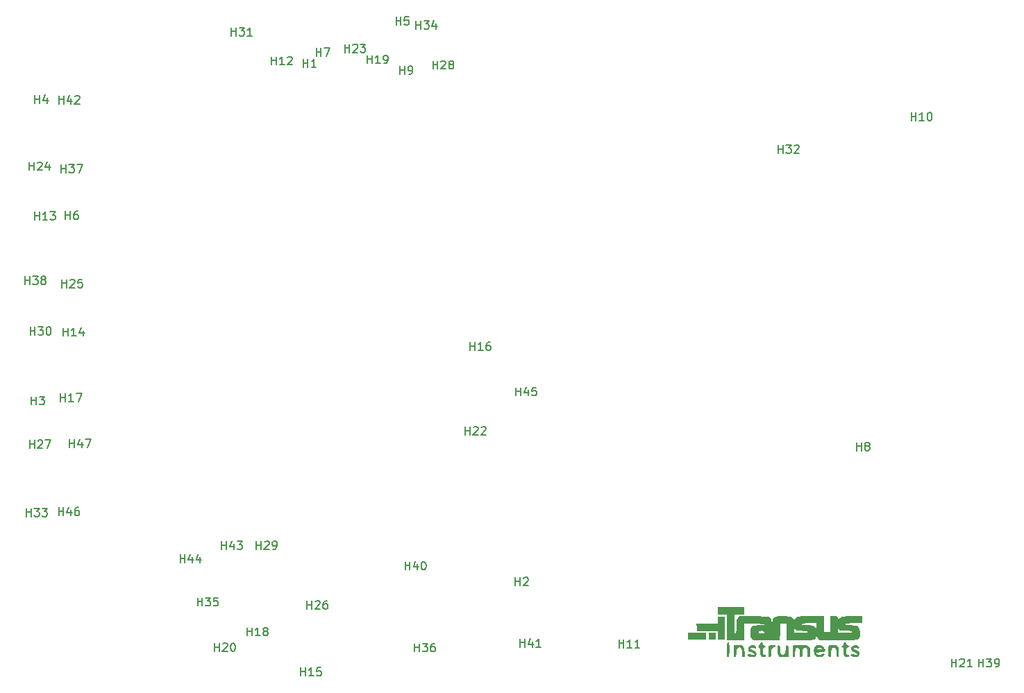
<source format=gbr>
%TF.GenerationSoftware,KiCad,Pcbnew,(6.0.10)*%
%TF.CreationDate,2023-01-06T10:23:15+00:00*%
%TF.ProjectId,Coverboard,436f7665-7262-46f6-9172-642e6b696361,rev?*%
%TF.SameCoordinates,Original*%
%TF.FileFunction,Legend,Top*%
%TF.FilePolarity,Positive*%
%FSLAX46Y46*%
G04 Gerber Fmt 4.6, Leading zero omitted, Abs format (unit mm)*
G04 Created by KiCad (PCBNEW (6.0.10)) date 2023-01-06 10:23:15*
%MOMM*%
%LPD*%
G01*
G04 APERTURE LIST*
%ADD10C,0.150000*%
G04 APERTURE END LIST*
D10*
%TO.C,H18*%
X109851904Y-135042380D02*
X109851904Y-134042380D01*
X109851904Y-134518571D02*
X110423333Y-134518571D01*
X110423333Y-135042380D02*
X110423333Y-134042380D01*
X111423333Y-135042380D02*
X110851904Y-135042380D01*
X111137619Y-135042380D02*
X111137619Y-134042380D01*
X111042380Y-134185238D01*
X110947142Y-134280476D01*
X110851904Y-134328095D01*
X111994761Y-134470952D02*
X111899523Y-134423333D01*
X111851904Y-134375714D01*
X111804285Y-134280476D01*
X111804285Y-134232857D01*
X111851904Y-134137619D01*
X111899523Y-134090000D01*
X111994761Y-134042380D01*
X112185238Y-134042380D01*
X112280476Y-134090000D01*
X112328095Y-134137619D01*
X112375714Y-134232857D01*
X112375714Y-134280476D01*
X112328095Y-134375714D01*
X112280476Y-134423333D01*
X112185238Y-134470952D01*
X111994761Y-134470952D01*
X111899523Y-134518571D01*
X111851904Y-134566190D01*
X111804285Y-134661428D01*
X111804285Y-134851904D01*
X111851904Y-134947142D01*
X111899523Y-134994761D01*
X111994761Y-135042380D01*
X112185238Y-135042380D01*
X112280476Y-134994761D01*
X112328095Y-134947142D01*
X112375714Y-134851904D01*
X112375714Y-134661428D01*
X112328095Y-134566190D01*
X112280476Y-134518571D01*
X112185238Y-134470952D01*
%TO.C,H5*%
X128008095Y-60492380D02*
X128008095Y-59492380D01*
X128008095Y-59968571D02*
X128579523Y-59968571D01*
X128579523Y-60492380D02*
X128579523Y-59492380D01*
X129531904Y-59492380D02*
X129055714Y-59492380D01*
X129008095Y-59968571D01*
X129055714Y-59920952D01*
X129150952Y-59873333D01*
X129389047Y-59873333D01*
X129484285Y-59920952D01*
X129531904Y-59968571D01*
X129579523Y-60063809D01*
X129579523Y-60301904D01*
X129531904Y-60397142D01*
X129484285Y-60444761D01*
X129389047Y-60492380D01*
X129150952Y-60492380D01*
X129055714Y-60444761D01*
X129008095Y-60397142D01*
%TO.C,H45*%
X142621904Y-105742380D02*
X142621904Y-104742380D01*
X142621904Y-105218571D02*
X143193333Y-105218571D01*
X143193333Y-105742380D02*
X143193333Y-104742380D01*
X144098095Y-105075714D02*
X144098095Y-105742380D01*
X143860000Y-104694761D02*
X143621904Y-105409047D01*
X144240952Y-105409047D01*
X145098095Y-104742380D02*
X144621904Y-104742380D01*
X144574285Y-105218571D01*
X144621904Y-105170952D01*
X144717142Y-105123333D01*
X144955238Y-105123333D01*
X145050476Y-105170952D01*
X145098095Y-105218571D01*
X145145714Y-105313809D01*
X145145714Y-105551904D01*
X145098095Y-105647142D01*
X145050476Y-105694761D01*
X144955238Y-105742380D01*
X144717142Y-105742380D01*
X144621904Y-105694761D01*
X144574285Y-105647142D01*
%TO.C,H3*%
X83548095Y-106842380D02*
X83548095Y-105842380D01*
X83548095Y-106318571D02*
X84119523Y-106318571D01*
X84119523Y-106842380D02*
X84119523Y-105842380D01*
X84500476Y-105842380D02*
X85119523Y-105842380D01*
X84786190Y-106223333D01*
X84929047Y-106223333D01*
X85024285Y-106270952D01*
X85071904Y-106318571D01*
X85119523Y-106413809D01*
X85119523Y-106651904D01*
X85071904Y-106747142D01*
X85024285Y-106794761D01*
X84929047Y-106842380D01*
X84643333Y-106842380D01*
X84548095Y-106794761D01*
X84500476Y-106747142D01*
%TO.C,H27*%
X83321904Y-112162380D02*
X83321904Y-111162380D01*
X83321904Y-111638571D02*
X83893333Y-111638571D01*
X83893333Y-112162380D02*
X83893333Y-111162380D01*
X84321904Y-111257619D02*
X84369523Y-111210000D01*
X84464761Y-111162380D01*
X84702857Y-111162380D01*
X84798095Y-111210000D01*
X84845714Y-111257619D01*
X84893333Y-111352857D01*
X84893333Y-111448095D01*
X84845714Y-111590952D01*
X84274285Y-112162380D01*
X84893333Y-112162380D01*
X85226666Y-111162380D02*
X85893333Y-111162380D01*
X85464761Y-112162380D01*
%TO.C,H9*%
X128458095Y-66492380D02*
X128458095Y-65492380D01*
X128458095Y-65968571D02*
X129029523Y-65968571D01*
X129029523Y-66492380D02*
X129029523Y-65492380D01*
X129553333Y-66492380D02*
X129743809Y-66492380D01*
X129839047Y-66444761D01*
X129886666Y-66397142D01*
X129981904Y-66254285D01*
X130029523Y-66063809D01*
X130029523Y-65682857D01*
X129981904Y-65587619D01*
X129934285Y-65540000D01*
X129839047Y-65492380D01*
X129648571Y-65492380D01*
X129553333Y-65540000D01*
X129505714Y-65587619D01*
X129458095Y-65682857D01*
X129458095Y-65920952D01*
X129505714Y-66016190D01*
X129553333Y-66063809D01*
X129648571Y-66111428D01*
X129839047Y-66111428D01*
X129934285Y-66063809D01*
X129981904Y-66016190D01*
X130029523Y-65920952D01*
%TO.C,H47*%
X88201904Y-112082380D02*
X88201904Y-111082380D01*
X88201904Y-111558571D02*
X88773333Y-111558571D01*
X88773333Y-112082380D02*
X88773333Y-111082380D01*
X89678095Y-111415714D02*
X89678095Y-112082380D01*
X89440000Y-111034761D02*
X89201904Y-111749047D01*
X89820952Y-111749047D01*
X90106666Y-111082380D02*
X90773333Y-111082380D01*
X90344761Y-112082380D01*
%TO.C,H10*%
X190831904Y-72162380D02*
X190831904Y-71162380D01*
X190831904Y-71638571D02*
X191403333Y-71638571D01*
X191403333Y-72162380D02*
X191403333Y-71162380D01*
X192403333Y-72162380D02*
X191831904Y-72162380D01*
X192117619Y-72162380D02*
X192117619Y-71162380D01*
X192022380Y-71305238D01*
X191927142Y-71400476D01*
X191831904Y-71448095D01*
X193022380Y-71162380D02*
X193117619Y-71162380D01*
X193212857Y-71210000D01*
X193260476Y-71257619D01*
X193308095Y-71352857D01*
X193355714Y-71543333D01*
X193355714Y-71781428D01*
X193308095Y-71971904D01*
X193260476Y-72067142D01*
X193212857Y-72114761D01*
X193117619Y-72162380D01*
X193022380Y-72162380D01*
X192927142Y-72114761D01*
X192879523Y-72067142D01*
X192831904Y-71971904D01*
X192784285Y-71781428D01*
X192784285Y-71543333D01*
X192831904Y-71352857D01*
X192879523Y-71257619D01*
X192927142Y-71210000D01*
X193022380Y-71162380D01*
%TO.C,H46*%
X86861904Y-120372380D02*
X86861904Y-119372380D01*
X86861904Y-119848571D02*
X87433333Y-119848571D01*
X87433333Y-120372380D02*
X87433333Y-119372380D01*
X88338095Y-119705714D02*
X88338095Y-120372380D01*
X88100000Y-119324761D02*
X87861904Y-120039047D01*
X88480952Y-120039047D01*
X89290476Y-119372380D02*
X89100000Y-119372380D01*
X89004761Y-119420000D01*
X88957142Y-119467619D01*
X88861904Y-119610476D01*
X88814285Y-119800952D01*
X88814285Y-120181904D01*
X88861904Y-120277142D01*
X88909523Y-120324761D01*
X89004761Y-120372380D01*
X89195238Y-120372380D01*
X89290476Y-120324761D01*
X89338095Y-120277142D01*
X89385714Y-120181904D01*
X89385714Y-119943809D01*
X89338095Y-119848571D01*
X89290476Y-119800952D01*
X89195238Y-119753333D01*
X89004761Y-119753333D01*
X88909523Y-119800952D01*
X88861904Y-119848571D01*
X88814285Y-119943809D01*
%TO.C,H40*%
X129121904Y-126992380D02*
X129121904Y-125992380D01*
X129121904Y-126468571D02*
X129693333Y-126468571D01*
X129693333Y-126992380D02*
X129693333Y-125992380D01*
X130598095Y-126325714D02*
X130598095Y-126992380D01*
X130360000Y-125944761D02*
X130121904Y-126659047D01*
X130740952Y-126659047D01*
X131312380Y-125992380D02*
X131407619Y-125992380D01*
X131502857Y-126040000D01*
X131550476Y-126087619D01*
X131598095Y-126182857D01*
X131645714Y-126373333D01*
X131645714Y-126611428D01*
X131598095Y-126801904D01*
X131550476Y-126897142D01*
X131502857Y-126944761D01*
X131407619Y-126992380D01*
X131312380Y-126992380D01*
X131217142Y-126944761D01*
X131169523Y-126897142D01*
X131121904Y-126801904D01*
X131074285Y-126611428D01*
X131074285Y-126373333D01*
X131121904Y-126182857D01*
X131169523Y-126087619D01*
X131217142Y-126040000D01*
X131312380Y-125992380D01*
%TO.C,H44*%
X101681904Y-126112380D02*
X101681904Y-125112380D01*
X101681904Y-125588571D02*
X102253333Y-125588571D01*
X102253333Y-126112380D02*
X102253333Y-125112380D01*
X103158095Y-125445714D02*
X103158095Y-126112380D01*
X102920000Y-125064761D02*
X102681904Y-125779047D01*
X103300952Y-125779047D01*
X104110476Y-125445714D02*
X104110476Y-126112380D01*
X103872380Y-125064761D02*
X103634285Y-125779047D01*
X104253333Y-125779047D01*
%TO.C,H39*%
X199041904Y-138842380D02*
X199041904Y-137842380D01*
X199041904Y-138318571D02*
X199613333Y-138318571D01*
X199613333Y-138842380D02*
X199613333Y-137842380D01*
X199994285Y-137842380D02*
X200613333Y-137842380D01*
X200280000Y-138223333D01*
X200422857Y-138223333D01*
X200518095Y-138270952D01*
X200565714Y-138318571D01*
X200613333Y-138413809D01*
X200613333Y-138651904D01*
X200565714Y-138747142D01*
X200518095Y-138794761D01*
X200422857Y-138842380D01*
X200137142Y-138842380D01*
X200041904Y-138794761D01*
X199994285Y-138747142D01*
X201089523Y-138842380D02*
X201280000Y-138842380D01*
X201375238Y-138794761D01*
X201422857Y-138747142D01*
X201518095Y-138604285D01*
X201565714Y-138413809D01*
X201565714Y-138032857D01*
X201518095Y-137937619D01*
X201470476Y-137890000D01*
X201375238Y-137842380D01*
X201184761Y-137842380D01*
X201089523Y-137890000D01*
X201041904Y-137937619D01*
X200994285Y-138032857D01*
X200994285Y-138270952D01*
X201041904Y-138366190D01*
X201089523Y-138413809D01*
X201184761Y-138461428D01*
X201375238Y-138461428D01*
X201470476Y-138413809D01*
X201518095Y-138366190D01*
X201565714Y-138270952D01*
%TO.C,H12*%
X112811904Y-65362380D02*
X112811904Y-64362380D01*
X112811904Y-64838571D02*
X113383333Y-64838571D01*
X113383333Y-65362380D02*
X113383333Y-64362380D01*
X114383333Y-65362380D02*
X113811904Y-65362380D01*
X114097619Y-65362380D02*
X114097619Y-64362380D01*
X114002380Y-64505238D01*
X113907142Y-64600476D01*
X113811904Y-64648095D01*
X114764285Y-64457619D02*
X114811904Y-64410000D01*
X114907142Y-64362380D01*
X115145238Y-64362380D01*
X115240476Y-64410000D01*
X115288095Y-64457619D01*
X115335714Y-64552857D01*
X115335714Y-64648095D01*
X115288095Y-64790952D01*
X114716666Y-65362380D01*
X115335714Y-65362380D01*
%TO.C,H2*%
X142558095Y-128932380D02*
X142558095Y-127932380D01*
X142558095Y-128408571D02*
X143129523Y-128408571D01*
X143129523Y-128932380D02*
X143129523Y-127932380D01*
X143558095Y-128027619D02*
X143605714Y-127980000D01*
X143700952Y-127932380D01*
X143939047Y-127932380D01*
X144034285Y-127980000D01*
X144081904Y-128027619D01*
X144129523Y-128122857D01*
X144129523Y-128218095D01*
X144081904Y-128360952D01*
X143510476Y-128932380D01*
X144129523Y-128932380D01*
%TO.C,H26*%
X117161904Y-131772380D02*
X117161904Y-130772380D01*
X117161904Y-131248571D02*
X117733333Y-131248571D01*
X117733333Y-131772380D02*
X117733333Y-130772380D01*
X118161904Y-130867619D02*
X118209523Y-130820000D01*
X118304761Y-130772380D01*
X118542857Y-130772380D01*
X118638095Y-130820000D01*
X118685714Y-130867619D01*
X118733333Y-130962857D01*
X118733333Y-131058095D01*
X118685714Y-131200952D01*
X118114285Y-131772380D01*
X118733333Y-131772380D01*
X119590476Y-130772380D02*
X119400000Y-130772380D01*
X119304761Y-130820000D01*
X119257142Y-130867619D01*
X119161904Y-131010476D01*
X119114285Y-131200952D01*
X119114285Y-131581904D01*
X119161904Y-131677142D01*
X119209523Y-131724761D01*
X119304761Y-131772380D01*
X119495238Y-131772380D01*
X119590476Y-131724761D01*
X119638095Y-131677142D01*
X119685714Y-131581904D01*
X119685714Y-131343809D01*
X119638095Y-131248571D01*
X119590476Y-131200952D01*
X119495238Y-131153333D01*
X119304761Y-131153333D01*
X119209523Y-131200952D01*
X119161904Y-131248571D01*
X119114285Y-131343809D01*
%TO.C,H17*%
X87091904Y-106462380D02*
X87091904Y-105462380D01*
X87091904Y-105938571D02*
X87663333Y-105938571D01*
X87663333Y-106462380D02*
X87663333Y-105462380D01*
X88663333Y-106462380D02*
X88091904Y-106462380D01*
X88377619Y-106462380D02*
X88377619Y-105462380D01*
X88282380Y-105605238D01*
X88187142Y-105700476D01*
X88091904Y-105748095D01*
X88996666Y-105462380D02*
X89663333Y-105462380D01*
X89234761Y-106462380D01*
%TO.C,H43*%
X106721904Y-124502380D02*
X106721904Y-123502380D01*
X106721904Y-123978571D02*
X107293333Y-123978571D01*
X107293333Y-124502380D02*
X107293333Y-123502380D01*
X108198095Y-123835714D02*
X108198095Y-124502380D01*
X107960000Y-123454761D02*
X107721904Y-124169047D01*
X108340952Y-124169047D01*
X108626666Y-123502380D02*
X109245714Y-123502380D01*
X108912380Y-123883333D01*
X109055238Y-123883333D01*
X109150476Y-123930952D01*
X109198095Y-123978571D01*
X109245714Y-124073809D01*
X109245714Y-124311904D01*
X109198095Y-124407142D01*
X109150476Y-124454761D01*
X109055238Y-124502380D01*
X108769523Y-124502380D01*
X108674285Y-124454761D01*
X108626666Y-124407142D01*
%TO.C,H6*%
X87698095Y-84222380D02*
X87698095Y-83222380D01*
X87698095Y-83698571D02*
X88269523Y-83698571D01*
X88269523Y-84222380D02*
X88269523Y-83222380D01*
X89174285Y-83222380D02*
X88983809Y-83222380D01*
X88888571Y-83270000D01*
X88840952Y-83317619D01*
X88745714Y-83460476D01*
X88698095Y-83650952D01*
X88698095Y-84031904D01*
X88745714Y-84127142D01*
X88793333Y-84174761D01*
X88888571Y-84222380D01*
X89079047Y-84222380D01*
X89174285Y-84174761D01*
X89221904Y-84127142D01*
X89269523Y-84031904D01*
X89269523Y-83793809D01*
X89221904Y-83698571D01*
X89174285Y-83650952D01*
X89079047Y-83603333D01*
X88888571Y-83603333D01*
X88793333Y-83650952D01*
X88745714Y-83698571D01*
X88698095Y-83793809D01*
%TO.C,H14*%
X87421904Y-98462380D02*
X87421904Y-97462380D01*
X87421904Y-97938571D02*
X87993333Y-97938571D01*
X87993333Y-98462380D02*
X87993333Y-97462380D01*
X88993333Y-98462380D02*
X88421904Y-98462380D01*
X88707619Y-98462380D02*
X88707619Y-97462380D01*
X88612380Y-97605238D01*
X88517142Y-97700476D01*
X88421904Y-97748095D01*
X89850476Y-97795714D02*
X89850476Y-98462380D01*
X89612380Y-97414761D02*
X89374285Y-98129047D01*
X89993333Y-98129047D01*
%TO.C,H35*%
X103801904Y-131392380D02*
X103801904Y-130392380D01*
X103801904Y-130868571D02*
X104373333Y-130868571D01*
X104373333Y-131392380D02*
X104373333Y-130392380D01*
X104754285Y-130392380D02*
X105373333Y-130392380D01*
X105040000Y-130773333D01*
X105182857Y-130773333D01*
X105278095Y-130820952D01*
X105325714Y-130868571D01*
X105373333Y-130963809D01*
X105373333Y-131201904D01*
X105325714Y-131297142D01*
X105278095Y-131344761D01*
X105182857Y-131392380D01*
X104897142Y-131392380D01*
X104801904Y-131344761D01*
X104754285Y-131297142D01*
X106278095Y-130392380D02*
X105801904Y-130392380D01*
X105754285Y-130868571D01*
X105801904Y-130820952D01*
X105897142Y-130773333D01*
X106135238Y-130773333D01*
X106230476Y-130820952D01*
X106278095Y-130868571D01*
X106325714Y-130963809D01*
X106325714Y-131201904D01*
X106278095Y-131297142D01*
X106230476Y-131344761D01*
X106135238Y-131392380D01*
X105897142Y-131392380D01*
X105801904Y-131344761D01*
X105754285Y-131297142D01*
%TO.C,H8*%
X184178095Y-112442380D02*
X184178095Y-111442380D01*
X184178095Y-111918571D02*
X184749523Y-111918571D01*
X184749523Y-112442380D02*
X184749523Y-111442380D01*
X185368571Y-111870952D02*
X185273333Y-111823333D01*
X185225714Y-111775714D01*
X185178095Y-111680476D01*
X185178095Y-111632857D01*
X185225714Y-111537619D01*
X185273333Y-111490000D01*
X185368571Y-111442380D01*
X185559047Y-111442380D01*
X185654285Y-111490000D01*
X185701904Y-111537619D01*
X185749523Y-111632857D01*
X185749523Y-111680476D01*
X185701904Y-111775714D01*
X185654285Y-111823333D01*
X185559047Y-111870952D01*
X185368571Y-111870952D01*
X185273333Y-111918571D01*
X185225714Y-111966190D01*
X185178095Y-112061428D01*
X185178095Y-112251904D01*
X185225714Y-112347142D01*
X185273333Y-112394761D01*
X185368571Y-112442380D01*
X185559047Y-112442380D01*
X185654285Y-112394761D01*
X185701904Y-112347142D01*
X185749523Y-112251904D01*
X185749523Y-112061428D01*
X185701904Y-111966190D01*
X185654285Y-111918571D01*
X185559047Y-111870952D01*
%TO.C,H23*%
X121741904Y-63852380D02*
X121741904Y-62852380D01*
X121741904Y-63328571D02*
X122313333Y-63328571D01*
X122313333Y-63852380D02*
X122313333Y-62852380D01*
X122741904Y-62947619D02*
X122789523Y-62900000D01*
X122884761Y-62852380D01*
X123122857Y-62852380D01*
X123218095Y-62900000D01*
X123265714Y-62947619D01*
X123313333Y-63042857D01*
X123313333Y-63138095D01*
X123265714Y-63280952D01*
X122694285Y-63852380D01*
X123313333Y-63852380D01*
X123646666Y-62852380D02*
X124265714Y-62852380D01*
X123932380Y-63233333D01*
X124075238Y-63233333D01*
X124170476Y-63280952D01*
X124218095Y-63328571D01*
X124265714Y-63423809D01*
X124265714Y-63661904D01*
X124218095Y-63757142D01*
X124170476Y-63804761D01*
X124075238Y-63852380D01*
X123789523Y-63852380D01*
X123694285Y-63804761D01*
X123646666Y-63757142D01*
%TO.C,H21*%
X195741904Y-138852380D02*
X195741904Y-137852380D01*
X195741904Y-138328571D02*
X196313333Y-138328571D01*
X196313333Y-138852380D02*
X196313333Y-137852380D01*
X196741904Y-137947619D02*
X196789523Y-137900000D01*
X196884761Y-137852380D01*
X197122857Y-137852380D01*
X197218095Y-137900000D01*
X197265714Y-137947619D01*
X197313333Y-138042857D01*
X197313333Y-138138095D01*
X197265714Y-138280952D01*
X196694285Y-138852380D01*
X197313333Y-138852380D01*
X198265714Y-138852380D02*
X197694285Y-138852380D01*
X197980000Y-138852380D02*
X197980000Y-137852380D01*
X197884761Y-137995238D01*
X197789523Y-138090476D01*
X197694285Y-138138095D01*
%TO.C,H15*%
X116361904Y-139942380D02*
X116361904Y-138942380D01*
X116361904Y-139418571D02*
X116933333Y-139418571D01*
X116933333Y-139942380D02*
X116933333Y-138942380D01*
X117933333Y-139942380D02*
X117361904Y-139942380D01*
X117647619Y-139942380D02*
X117647619Y-138942380D01*
X117552380Y-139085238D01*
X117457142Y-139180476D01*
X117361904Y-139228095D01*
X118838095Y-138942380D02*
X118361904Y-138942380D01*
X118314285Y-139418571D01*
X118361904Y-139370952D01*
X118457142Y-139323333D01*
X118695238Y-139323333D01*
X118790476Y-139370952D01*
X118838095Y-139418571D01*
X118885714Y-139513809D01*
X118885714Y-139751904D01*
X118838095Y-139847142D01*
X118790476Y-139894761D01*
X118695238Y-139942380D01*
X118457142Y-139942380D01*
X118361904Y-139894761D01*
X118314285Y-139847142D01*
%TO.C,H4*%
X83968095Y-70042380D02*
X83968095Y-69042380D01*
X83968095Y-69518571D02*
X84539523Y-69518571D01*
X84539523Y-70042380D02*
X84539523Y-69042380D01*
X85444285Y-69375714D02*
X85444285Y-70042380D01*
X85206190Y-68994761D02*
X84968095Y-69709047D01*
X85587142Y-69709047D01*
%TO.C,H38*%
X82751904Y-92182380D02*
X82751904Y-91182380D01*
X82751904Y-91658571D02*
X83323333Y-91658571D01*
X83323333Y-92182380D02*
X83323333Y-91182380D01*
X83704285Y-91182380D02*
X84323333Y-91182380D01*
X83990000Y-91563333D01*
X84132857Y-91563333D01*
X84228095Y-91610952D01*
X84275714Y-91658571D01*
X84323333Y-91753809D01*
X84323333Y-91991904D01*
X84275714Y-92087142D01*
X84228095Y-92134761D01*
X84132857Y-92182380D01*
X83847142Y-92182380D01*
X83751904Y-92134761D01*
X83704285Y-92087142D01*
X84894761Y-91610952D02*
X84799523Y-91563333D01*
X84751904Y-91515714D01*
X84704285Y-91420476D01*
X84704285Y-91372857D01*
X84751904Y-91277619D01*
X84799523Y-91230000D01*
X84894761Y-91182380D01*
X85085238Y-91182380D01*
X85180476Y-91230000D01*
X85228095Y-91277619D01*
X85275714Y-91372857D01*
X85275714Y-91420476D01*
X85228095Y-91515714D01*
X85180476Y-91563333D01*
X85085238Y-91610952D01*
X84894761Y-91610952D01*
X84799523Y-91658571D01*
X84751904Y-91706190D01*
X84704285Y-91801428D01*
X84704285Y-91991904D01*
X84751904Y-92087142D01*
X84799523Y-92134761D01*
X84894761Y-92182380D01*
X85085238Y-92182380D01*
X85180476Y-92134761D01*
X85228095Y-92087142D01*
X85275714Y-91991904D01*
X85275714Y-91801428D01*
X85228095Y-91706190D01*
X85180476Y-91658571D01*
X85085238Y-91610952D01*
%TO.C,H33*%
X82931904Y-120492380D02*
X82931904Y-119492380D01*
X82931904Y-119968571D02*
X83503333Y-119968571D01*
X83503333Y-120492380D02*
X83503333Y-119492380D01*
X83884285Y-119492380D02*
X84503333Y-119492380D01*
X84170000Y-119873333D01*
X84312857Y-119873333D01*
X84408095Y-119920952D01*
X84455714Y-119968571D01*
X84503333Y-120063809D01*
X84503333Y-120301904D01*
X84455714Y-120397142D01*
X84408095Y-120444761D01*
X84312857Y-120492380D01*
X84027142Y-120492380D01*
X83931904Y-120444761D01*
X83884285Y-120397142D01*
X84836666Y-119492380D02*
X85455714Y-119492380D01*
X85122380Y-119873333D01*
X85265238Y-119873333D01*
X85360476Y-119920952D01*
X85408095Y-119968571D01*
X85455714Y-120063809D01*
X85455714Y-120301904D01*
X85408095Y-120397142D01*
X85360476Y-120444761D01*
X85265238Y-120492380D01*
X84979523Y-120492380D01*
X84884285Y-120444761D01*
X84836666Y-120397142D01*
%TO.C,H30*%
X83391904Y-98342380D02*
X83391904Y-97342380D01*
X83391904Y-97818571D02*
X83963333Y-97818571D01*
X83963333Y-98342380D02*
X83963333Y-97342380D01*
X84344285Y-97342380D02*
X84963333Y-97342380D01*
X84630000Y-97723333D01*
X84772857Y-97723333D01*
X84868095Y-97770952D01*
X84915714Y-97818571D01*
X84963333Y-97913809D01*
X84963333Y-98151904D01*
X84915714Y-98247142D01*
X84868095Y-98294761D01*
X84772857Y-98342380D01*
X84487142Y-98342380D01*
X84391904Y-98294761D01*
X84344285Y-98247142D01*
X85582380Y-97342380D02*
X85677619Y-97342380D01*
X85772857Y-97390000D01*
X85820476Y-97437619D01*
X85868095Y-97532857D01*
X85915714Y-97723333D01*
X85915714Y-97961428D01*
X85868095Y-98151904D01*
X85820476Y-98247142D01*
X85772857Y-98294761D01*
X85677619Y-98342380D01*
X85582380Y-98342380D01*
X85487142Y-98294761D01*
X85439523Y-98247142D01*
X85391904Y-98151904D01*
X85344285Y-97961428D01*
X85344285Y-97723333D01*
X85391904Y-97532857D01*
X85439523Y-97437619D01*
X85487142Y-97390000D01*
X85582380Y-97342380D01*
%TO.C,H13*%
X83921904Y-84292380D02*
X83921904Y-83292380D01*
X83921904Y-83768571D02*
X84493333Y-83768571D01*
X84493333Y-84292380D02*
X84493333Y-83292380D01*
X85493333Y-84292380D02*
X84921904Y-84292380D01*
X85207619Y-84292380D02*
X85207619Y-83292380D01*
X85112380Y-83435238D01*
X85017142Y-83530476D01*
X84921904Y-83578095D01*
X85826666Y-83292380D02*
X86445714Y-83292380D01*
X86112380Y-83673333D01*
X86255238Y-83673333D01*
X86350476Y-83720952D01*
X86398095Y-83768571D01*
X86445714Y-83863809D01*
X86445714Y-84101904D01*
X86398095Y-84197142D01*
X86350476Y-84244761D01*
X86255238Y-84292380D01*
X85969523Y-84292380D01*
X85874285Y-84244761D01*
X85826666Y-84197142D01*
%TO.C,H42*%
X86891904Y-70112380D02*
X86891904Y-69112380D01*
X86891904Y-69588571D02*
X87463333Y-69588571D01*
X87463333Y-70112380D02*
X87463333Y-69112380D01*
X88368095Y-69445714D02*
X88368095Y-70112380D01*
X88130000Y-69064761D02*
X87891904Y-69779047D01*
X88510952Y-69779047D01*
X88844285Y-69207619D02*
X88891904Y-69160000D01*
X88987142Y-69112380D01*
X89225238Y-69112380D01*
X89320476Y-69160000D01*
X89368095Y-69207619D01*
X89415714Y-69302857D01*
X89415714Y-69398095D01*
X89368095Y-69540952D01*
X88796666Y-70112380D01*
X89415714Y-70112380D01*
%TO.C,H1*%
X116678095Y-65652380D02*
X116678095Y-64652380D01*
X116678095Y-65128571D02*
X117249523Y-65128571D01*
X117249523Y-65652380D02*
X117249523Y-64652380D01*
X118249523Y-65652380D02*
X117678095Y-65652380D01*
X117963809Y-65652380D02*
X117963809Y-64652380D01*
X117868571Y-64795238D01*
X117773333Y-64890476D01*
X117678095Y-64938095D01*
%TO.C,H11*%
X155191904Y-136502380D02*
X155191904Y-135502380D01*
X155191904Y-135978571D02*
X155763333Y-135978571D01*
X155763333Y-136502380D02*
X155763333Y-135502380D01*
X156763333Y-136502380D02*
X156191904Y-136502380D01*
X156477619Y-136502380D02*
X156477619Y-135502380D01*
X156382380Y-135645238D01*
X156287142Y-135740476D01*
X156191904Y-135788095D01*
X157715714Y-136502380D02*
X157144285Y-136502380D01*
X157430000Y-136502380D02*
X157430000Y-135502380D01*
X157334761Y-135645238D01*
X157239523Y-135740476D01*
X157144285Y-135788095D01*
%TO.C,H32*%
X174621904Y-76142380D02*
X174621904Y-75142380D01*
X174621904Y-75618571D02*
X175193333Y-75618571D01*
X175193333Y-76142380D02*
X175193333Y-75142380D01*
X175574285Y-75142380D02*
X176193333Y-75142380D01*
X175860000Y-75523333D01*
X176002857Y-75523333D01*
X176098095Y-75570952D01*
X176145714Y-75618571D01*
X176193333Y-75713809D01*
X176193333Y-75951904D01*
X176145714Y-76047142D01*
X176098095Y-76094761D01*
X176002857Y-76142380D01*
X175717142Y-76142380D01*
X175621904Y-76094761D01*
X175574285Y-76047142D01*
X176574285Y-75237619D02*
X176621904Y-75190000D01*
X176717142Y-75142380D01*
X176955238Y-75142380D01*
X177050476Y-75190000D01*
X177098095Y-75237619D01*
X177145714Y-75332857D01*
X177145714Y-75428095D01*
X177098095Y-75570952D01*
X176526666Y-76142380D01*
X177145714Y-76142380D01*
%TO.C,H24*%
X83281904Y-78222380D02*
X83281904Y-77222380D01*
X83281904Y-77698571D02*
X83853333Y-77698571D01*
X83853333Y-78222380D02*
X83853333Y-77222380D01*
X84281904Y-77317619D02*
X84329523Y-77270000D01*
X84424761Y-77222380D01*
X84662857Y-77222380D01*
X84758095Y-77270000D01*
X84805714Y-77317619D01*
X84853333Y-77412857D01*
X84853333Y-77508095D01*
X84805714Y-77650952D01*
X84234285Y-78222380D01*
X84853333Y-78222380D01*
X85710476Y-77555714D02*
X85710476Y-78222380D01*
X85472380Y-77174761D02*
X85234285Y-77889047D01*
X85853333Y-77889047D01*
%TO.C,H29*%
X110961904Y-124502380D02*
X110961904Y-123502380D01*
X110961904Y-123978571D02*
X111533333Y-123978571D01*
X111533333Y-124502380D02*
X111533333Y-123502380D01*
X111961904Y-123597619D02*
X112009523Y-123550000D01*
X112104761Y-123502380D01*
X112342857Y-123502380D01*
X112438095Y-123550000D01*
X112485714Y-123597619D01*
X112533333Y-123692857D01*
X112533333Y-123788095D01*
X112485714Y-123930952D01*
X111914285Y-124502380D01*
X112533333Y-124502380D01*
X113009523Y-124502380D02*
X113200000Y-124502380D01*
X113295238Y-124454761D01*
X113342857Y-124407142D01*
X113438095Y-124264285D01*
X113485714Y-124073809D01*
X113485714Y-123692857D01*
X113438095Y-123597619D01*
X113390476Y-123550000D01*
X113295238Y-123502380D01*
X113104761Y-123502380D01*
X113009523Y-123550000D01*
X112961904Y-123597619D01*
X112914285Y-123692857D01*
X112914285Y-123930952D01*
X112961904Y-124026190D01*
X113009523Y-124073809D01*
X113104761Y-124121428D01*
X113295238Y-124121428D01*
X113390476Y-124073809D01*
X113438095Y-124026190D01*
X113485714Y-123930952D01*
%TO.C,H41*%
X143151904Y-136412380D02*
X143151904Y-135412380D01*
X143151904Y-135888571D02*
X143723333Y-135888571D01*
X143723333Y-136412380D02*
X143723333Y-135412380D01*
X144628095Y-135745714D02*
X144628095Y-136412380D01*
X144390000Y-135364761D02*
X144151904Y-136079047D01*
X144770952Y-136079047D01*
X145675714Y-136412380D02*
X145104285Y-136412380D01*
X145390000Y-136412380D02*
X145390000Y-135412380D01*
X145294761Y-135555238D01*
X145199523Y-135650476D01*
X145104285Y-135698095D01*
%TO.C,H28*%
X132491904Y-65872380D02*
X132491904Y-64872380D01*
X132491904Y-65348571D02*
X133063333Y-65348571D01*
X133063333Y-65872380D02*
X133063333Y-64872380D01*
X133491904Y-64967619D02*
X133539523Y-64920000D01*
X133634761Y-64872380D01*
X133872857Y-64872380D01*
X133968095Y-64920000D01*
X134015714Y-64967619D01*
X134063333Y-65062857D01*
X134063333Y-65158095D01*
X134015714Y-65300952D01*
X133444285Y-65872380D01*
X134063333Y-65872380D01*
X134634761Y-65300952D02*
X134539523Y-65253333D01*
X134491904Y-65205714D01*
X134444285Y-65110476D01*
X134444285Y-65062857D01*
X134491904Y-64967619D01*
X134539523Y-64920000D01*
X134634761Y-64872380D01*
X134825238Y-64872380D01*
X134920476Y-64920000D01*
X134968095Y-64967619D01*
X135015714Y-65062857D01*
X135015714Y-65110476D01*
X134968095Y-65205714D01*
X134920476Y-65253333D01*
X134825238Y-65300952D01*
X134634761Y-65300952D01*
X134539523Y-65348571D01*
X134491904Y-65396190D01*
X134444285Y-65491428D01*
X134444285Y-65681904D01*
X134491904Y-65777142D01*
X134539523Y-65824761D01*
X134634761Y-65872380D01*
X134825238Y-65872380D01*
X134920476Y-65824761D01*
X134968095Y-65777142D01*
X135015714Y-65681904D01*
X135015714Y-65491428D01*
X134968095Y-65396190D01*
X134920476Y-65348571D01*
X134825238Y-65300952D01*
%TO.C,H16*%
X137031904Y-100192380D02*
X137031904Y-99192380D01*
X137031904Y-99668571D02*
X137603333Y-99668571D01*
X137603333Y-100192380D02*
X137603333Y-99192380D01*
X138603333Y-100192380D02*
X138031904Y-100192380D01*
X138317619Y-100192380D02*
X138317619Y-99192380D01*
X138222380Y-99335238D01*
X138127142Y-99430476D01*
X138031904Y-99478095D01*
X139460476Y-99192380D02*
X139270000Y-99192380D01*
X139174761Y-99240000D01*
X139127142Y-99287619D01*
X139031904Y-99430476D01*
X138984285Y-99620952D01*
X138984285Y-100001904D01*
X139031904Y-100097142D01*
X139079523Y-100144761D01*
X139174761Y-100192380D01*
X139365238Y-100192380D01*
X139460476Y-100144761D01*
X139508095Y-100097142D01*
X139555714Y-100001904D01*
X139555714Y-99763809D01*
X139508095Y-99668571D01*
X139460476Y-99620952D01*
X139365238Y-99573333D01*
X139174761Y-99573333D01*
X139079523Y-99620952D01*
X139031904Y-99668571D01*
X138984285Y-99763809D01*
%TO.C,H19*%
X124511904Y-65182380D02*
X124511904Y-64182380D01*
X124511904Y-64658571D02*
X125083333Y-64658571D01*
X125083333Y-65182380D02*
X125083333Y-64182380D01*
X126083333Y-65182380D02*
X125511904Y-65182380D01*
X125797619Y-65182380D02*
X125797619Y-64182380D01*
X125702380Y-64325238D01*
X125607142Y-64420476D01*
X125511904Y-64468095D01*
X126559523Y-65182380D02*
X126750000Y-65182380D01*
X126845238Y-65134761D01*
X126892857Y-65087142D01*
X126988095Y-64944285D01*
X127035714Y-64753809D01*
X127035714Y-64372857D01*
X126988095Y-64277619D01*
X126940476Y-64230000D01*
X126845238Y-64182380D01*
X126654761Y-64182380D01*
X126559523Y-64230000D01*
X126511904Y-64277619D01*
X126464285Y-64372857D01*
X126464285Y-64610952D01*
X126511904Y-64706190D01*
X126559523Y-64753809D01*
X126654761Y-64801428D01*
X126845238Y-64801428D01*
X126940476Y-64753809D01*
X126988095Y-64706190D01*
X127035714Y-64610952D01*
%TO.C,H34*%
X130441904Y-60982380D02*
X130441904Y-59982380D01*
X130441904Y-60458571D02*
X131013333Y-60458571D01*
X131013333Y-60982380D02*
X131013333Y-59982380D01*
X131394285Y-59982380D02*
X132013333Y-59982380D01*
X131680000Y-60363333D01*
X131822857Y-60363333D01*
X131918095Y-60410952D01*
X131965714Y-60458571D01*
X132013333Y-60553809D01*
X132013333Y-60791904D01*
X131965714Y-60887142D01*
X131918095Y-60934761D01*
X131822857Y-60982380D01*
X131537142Y-60982380D01*
X131441904Y-60934761D01*
X131394285Y-60887142D01*
X132870476Y-60315714D02*
X132870476Y-60982380D01*
X132632380Y-59934761D02*
X132394285Y-60649047D01*
X133013333Y-60649047D01*
%TO.C,H25*%
X87251904Y-92552380D02*
X87251904Y-91552380D01*
X87251904Y-92028571D02*
X87823333Y-92028571D01*
X87823333Y-92552380D02*
X87823333Y-91552380D01*
X88251904Y-91647619D02*
X88299523Y-91600000D01*
X88394761Y-91552380D01*
X88632857Y-91552380D01*
X88728095Y-91600000D01*
X88775714Y-91647619D01*
X88823333Y-91742857D01*
X88823333Y-91838095D01*
X88775714Y-91980952D01*
X88204285Y-92552380D01*
X88823333Y-92552380D01*
X89728095Y-91552380D02*
X89251904Y-91552380D01*
X89204285Y-92028571D01*
X89251904Y-91980952D01*
X89347142Y-91933333D01*
X89585238Y-91933333D01*
X89680476Y-91980952D01*
X89728095Y-92028571D01*
X89775714Y-92123809D01*
X89775714Y-92361904D01*
X89728095Y-92457142D01*
X89680476Y-92504761D01*
X89585238Y-92552380D01*
X89347142Y-92552380D01*
X89251904Y-92504761D01*
X89204285Y-92457142D01*
%TO.C,H31*%
X107931904Y-61812380D02*
X107931904Y-60812380D01*
X107931904Y-61288571D02*
X108503333Y-61288571D01*
X108503333Y-61812380D02*
X108503333Y-60812380D01*
X108884285Y-60812380D02*
X109503333Y-60812380D01*
X109170000Y-61193333D01*
X109312857Y-61193333D01*
X109408095Y-61240952D01*
X109455714Y-61288571D01*
X109503333Y-61383809D01*
X109503333Y-61621904D01*
X109455714Y-61717142D01*
X109408095Y-61764761D01*
X109312857Y-61812380D01*
X109027142Y-61812380D01*
X108931904Y-61764761D01*
X108884285Y-61717142D01*
X110455714Y-61812380D02*
X109884285Y-61812380D01*
X110170000Y-61812380D02*
X110170000Y-60812380D01*
X110074761Y-60955238D01*
X109979523Y-61050476D01*
X109884285Y-61098095D01*
%TO.C,H7*%
X118268095Y-64302380D02*
X118268095Y-63302380D01*
X118268095Y-63778571D02*
X118839523Y-63778571D01*
X118839523Y-64302380D02*
X118839523Y-63302380D01*
X119220476Y-63302380D02*
X119887142Y-63302380D01*
X119458571Y-64302380D01*
%TO.C,H37*%
X87171904Y-78512380D02*
X87171904Y-77512380D01*
X87171904Y-77988571D02*
X87743333Y-77988571D01*
X87743333Y-78512380D02*
X87743333Y-77512380D01*
X88124285Y-77512380D02*
X88743333Y-77512380D01*
X88410000Y-77893333D01*
X88552857Y-77893333D01*
X88648095Y-77940952D01*
X88695714Y-77988571D01*
X88743333Y-78083809D01*
X88743333Y-78321904D01*
X88695714Y-78417142D01*
X88648095Y-78464761D01*
X88552857Y-78512380D01*
X88267142Y-78512380D01*
X88171904Y-78464761D01*
X88124285Y-78417142D01*
X89076666Y-77512380D02*
X89743333Y-77512380D01*
X89314761Y-78512380D01*
%TO.C,H36*%
X130271904Y-136992380D02*
X130271904Y-135992380D01*
X130271904Y-136468571D02*
X130843333Y-136468571D01*
X130843333Y-136992380D02*
X130843333Y-135992380D01*
X131224285Y-135992380D02*
X131843333Y-135992380D01*
X131510000Y-136373333D01*
X131652857Y-136373333D01*
X131748095Y-136420952D01*
X131795714Y-136468571D01*
X131843333Y-136563809D01*
X131843333Y-136801904D01*
X131795714Y-136897142D01*
X131748095Y-136944761D01*
X131652857Y-136992380D01*
X131367142Y-136992380D01*
X131271904Y-136944761D01*
X131224285Y-136897142D01*
X132700476Y-135992380D02*
X132510000Y-135992380D01*
X132414761Y-136040000D01*
X132367142Y-136087619D01*
X132271904Y-136230476D01*
X132224285Y-136420952D01*
X132224285Y-136801904D01*
X132271904Y-136897142D01*
X132319523Y-136944761D01*
X132414761Y-136992380D01*
X132605238Y-136992380D01*
X132700476Y-136944761D01*
X132748095Y-136897142D01*
X132795714Y-136801904D01*
X132795714Y-136563809D01*
X132748095Y-136468571D01*
X132700476Y-136420952D01*
X132605238Y-136373333D01*
X132414761Y-136373333D01*
X132319523Y-136420952D01*
X132271904Y-136468571D01*
X132224285Y-136563809D01*
%TO.C,H20*%
X105871904Y-136942380D02*
X105871904Y-135942380D01*
X105871904Y-136418571D02*
X106443333Y-136418571D01*
X106443333Y-136942380D02*
X106443333Y-135942380D01*
X106871904Y-136037619D02*
X106919523Y-135990000D01*
X107014761Y-135942380D01*
X107252857Y-135942380D01*
X107348095Y-135990000D01*
X107395714Y-136037619D01*
X107443333Y-136132857D01*
X107443333Y-136228095D01*
X107395714Y-136370952D01*
X106824285Y-136942380D01*
X107443333Y-136942380D01*
X108062380Y-135942380D02*
X108157619Y-135942380D01*
X108252857Y-135990000D01*
X108300476Y-136037619D01*
X108348095Y-136132857D01*
X108395714Y-136323333D01*
X108395714Y-136561428D01*
X108348095Y-136751904D01*
X108300476Y-136847142D01*
X108252857Y-136894761D01*
X108157619Y-136942380D01*
X108062380Y-136942380D01*
X107967142Y-136894761D01*
X107919523Y-136847142D01*
X107871904Y-136751904D01*
X107824285Y-136561428D01*
X107824285Y-136323333D01*
X107871904Y-136132857D01*
X107919523Y-136037619D01*
X107967142Y-135990000D01*
X108062380Y-135942380D01*
%TO.C,H22*%
X136431904Y-110522380D02*
X136431904Y-109522380D01*
X136431904Y-109998571D02*
X137003333Y-109998571D01*
X137003333Y-110522380D02*
X137003333Y-109522380D01*
X137431904Y-109617619D02*
X137479523Y-109570000D01*
X137574761Y-109522380D01*
X137812857Y-109522380D01*
X137908095Y-109570000D01*
X137955714Y-109617619D01*
X138003333Y-109712857D01*
X138003333Y-109808095D01*
X137955714Y-109950952D01*
X137384285Y-110522380D01*
X138003333Y-110522380D01*
X138384285Y-109617619D02*
X138431904Y-109570000D01*
X138527142Y-109522380D01*
X138765238Y-109522380D01*
X138860476Y-109570000D01*
X138908095Y-109617619D01*
X138955714Y-109712857D01*
X138955714Y-109808095D01*
X138908095Y-109950952D01*
X138336666Y-110522380D01*
X138955714Y-110522380D01*
%TO.C,*%
G36*
X171244877Y-134162416D02*
G01*
X171324137Y-134034998D01*
X171425636Y-133945144D01*
X171586126Y-133847899D01*
X171789744Y-133793604D01*
X172087432Y-133771735D01*
X172275135Y-133769665D01*
X172591900Y-133758984D01*
X172812182Y-133730144D01*
X172900477Y-133687949D01*
X172900802Y-133684999D01*
X172818465Y-133650091D01*
X172581580Y-133623653D01*
X172205334Y-133606726D01*
X171704914Y-133600356D01*
X171669030Y-133600332D01*
X170437257Y-133600332D01*
X170437257Y-135632332D01*
X169432017Y-135632332D01*
X169034627Y-135627817D01*
X168701361Y-135615534D01*
X168467807Y-135597374D01*
X168370145Y-135575887D01*
X168351902Y-135476863D01*
X168336102Y-135236705D01*
X168323765Y-134883609D01*
X168315908Y-134445770D01*
X168313511Y-134009554D01*
X168313511Y-132499665D01*
X167209163Y-132499665D01*
X167209163Y-131568332D01*
X170437257Y-131568332D01*
X170437257Y-132499665D01*
X169247959Y-132499665D01*
X169247959Y-133642665D01*
X169250648Y-134110981D01*
X169260544Y-134434667D01*
X169280396Y-134638369D01*
X169312950Y-134746733D01*
X169360956Y-134784404D01*
X169375384Y-134785665D01*
X169435152Y-134757478D01*
X169473381Y-134654253D01*
X169494340Y-134447996D01*
X169502302Y-134110713D01*
X169502809Y-133950417D01*
X169507658Y-133548604D01*
X169526697Y-133275474D01*
X169566660Y-133090539D01*
X169634284Y-132953312D01*
X169678874Y-132892083D01*
X169854940Y-132668999D01*
X171658959Y-132668999D01*
X172293399Y-132671352D01*
X172778356Y-132679239D01*
X173134192Y-132693899D01*
X173381269Y-132716573D01*
X173539949Y-132748500D01*
X173627877Y-132788904D01*
X173697723Y-132858661D01*
X173747952Y-132969478D01*
X173783829Y-133151254D01*
X173810615Y-133433892D01*
X173833576Y-133847293D01*
X173840248Y-133995404D01*
X173887720Y-135081999D01*
X173903960Y-134044832D01*
X173915467Y-133534337D01*
X173946685Y-133168902D01*
X174020422Y-132924279D01*
X174159490Y-132776224D01*
X174386698Y-132700489D01*
X174724857Y-132672830D01*
X175196776Y-132668998D01*
X175198309Y-132668998D01*
X175613101Y-132671382D01*
X175894663Y-132682962D01*
X176079643Y-132710378D01*
X176204691Y-132760272D01*
X176306457Y-132839286D01*
X176345132Y-132876817D01*
X176553645Y-133084635D01*
X176762158Y-132876817D01*
X176838953Y-132804731D01*
X176920672Y-132751600D01*
X177032728Y-132714534D01*
X177200532Y-132690640D01*
X177449497Y-132677027D01*
X177805036Y-132670804D01*
X178292560Y-132669078D01*
X178588580Y-132668999D01*
X180206488Y-132668999D01*
X180206488Y-134616332D01*
X180971036Y-134616332D01*
X180971036Y-132668999D01*
X181438260Y-132668999D01*
X181705951Y-132674627D01*
X181845344Y-132703824D01*
X181897962Y-132775061D01*
X181905485Y-132876817D01*
X181905485Y-133084635D01*
X182113998Y-132876817D01*
X182200792Y-132796955D01*
X182294174Y-132740711D01*
X182423731Y-132703949D01*
X182619046Y-132682535D01*
X182909703Y-132672331D01*
X183325288Y-132669202D01*
X183600620Y-132668999D01*
X184878729Y-132668999D01*
X184878729Y-133515665D01*
X183859331Y-133515665D01*
X183419825Y-133518849D01*
X183124144Y-133530561D01*
X182946297Y-133554037D01*
X182860293Y-133592518D01*
X182839933Y-133642665D01*
X182872227Y-133708218D01*
X182989306Y-133747375D01*
X183221462Y-133765878D01*
X183510120Y-133769665D01*
X183951996Y-133788541D01*
X184254826Y-133856942D01*
X184446430Y-133992532D01*
X184554628Y-134212973D01*
X184599736Y-134461466D01*
X184604550Y-134778133D01*
X184562200Y-135085710D01*
X184542797Y-135154984D01*
X184484245Y-135293843D01*
X184398548Y-135403912D01*
X184267434Y-135488132D01*
X184072628Y-135549447D01*
X183795858Y-135590798D01*
X183418848Y-135615126D01*
X182923326Y-135625374D01*
X182291018Y-135624484D01*
X181668910Y-135617656D01*
X179587493Y-135589999D01*
X179242683Y-135129427D01*
X179148884Y-135316943D01*
X179084141Y-135412649D01*
X178983569Y-135485575D01*
X178825315Y-135538953D01*
X178587529Y-135576016D01*
X178248358Y-135599995D01*
X177785953Y-135614124D01*
X177178462Y-135621634D01*
X177084582Y-135622315D01*
X175619197Y-135632332D01*
X175619197Y-134706922D01*
X176553645Y-134706922D01*
X176767395Y-134700999D01*
X181905485Y-134700999D01*
X182754983Y-134700999D01*
X183151122Y-134696802D01*
X183405451Y-134681426D01*
X183545916Y-134650694D01*
X183600461Y-134600428D01*
X183604481Y-134573999D01*
X183573527Y-134510323D01*
X183460890Y-134471434D01*
X183236906Y-134452078D01*
X182887225Y-134446999D01*
X182530144Y-134442622D01*
X182302398Y-134423517D01*
X182163520Y-134380719D01*
X182073041Y-134305265D01*
X182037726Y-134258826D01*
X181951302Y-134145741D01*
X181914236Y-134155866D01*
X181905637Y-134309264D01*
X181905485Y-134385826D01*
X181905485Y-134700999D01*
X176767395Y-134700999D01*
X177424381Y-134682794D01*
X177823622Y-134663890D01*
X178109014Y-134633949D01*
X178258273Y-134595822D01*
X178274764Y-134573999D01*
X178186696Y-134531603D01*
X177968686Y-134490433D01*
X177660602Y-134457132D01*
X177512355Y-134446999D01*
X177151871Y-134422782D01*
X176922941Y-134392592D01*
X176787309Y-134344986D01*
X176706717Y-134268520D01*
X176663224Y-134192999D01*
X176596792Y-134073061D01*
X176565498Y-134075736D01*
X176555826Y-134219876D01*
X176554897Y-134344127D01*
X176553645Y-134706922D01*
X175619197Y-134706922D01*
X175619197Y-133642665D01*
X177488093Y-133642665D01*
X177520013Y-133707704D01*
X177635855Y-133746793D01*
X177865748Y-133765539D01*
X178170727Y-133769665D01*
X178521118Y-133774898D01*
X178747232Y-133797655D01*
X178894547Y-133848526D01*
X179008545Y-133938098D01*
X179041463Y-133972392D01*
X179176090Y-134113678D01*
X179249079Y-134183085D01*
X179250802Y-134184059D01*
X179264077Y-134114844D01*
X179271484Y-133931002D01*
X179272040Y-133854332D01*
X179272040Y-133515665D01*
X178380066Y-133515665D01*
X177972743Y-133519559D01*
X177707767Y-133533843D01*
X177557713Y-133562422D01*
X177495153Y-133609202D01*
X177488093Y-133642665D01*
X175619197Y-133642665D01*
X175619197Y-133600332D01*
X174860040Y-133600332D01*
X174836107Y-134595165D01*
X174812174Y-135589999D01*
X173169254Y-135589999D01*
X172602627Y-135589425D01*
X172181355Y-135585891D01*
X171880891Y-135576680D01*
X171676690Y-135559074D01*
X171544206Y-135530354D01*
X171458894Y-135487804D01*
X171396207Y-135428704D01*
X171364070Y-135390119D01*
X171262638Y-135207113D01*
X171212459Y-134946894D01*
X171201806Y-134655431D01*
X171202827Y-134616332D01*
X172221204Y-134616332D01*
X172249699Y-134727116D01*
X172364872Y-134776078D01*
X172561003Y-134785665D01*
X172783312Y-134771465D01*
X172881564Y-134714071D01*
X172900802Y-134616332D01*
X172872307Y-134505548D01*
X172757134Y-134456586D01*
X172561003Y-134446999D01*
X172338694Y-134461199D01*
X172240442Y-134518593D01*
X172221204Y-134616332D01*
X171202827Y-134616332D01*
X171209749Y-134351300D01*
X171244877Y-134162416D01*
G37*
G36*
X184209910Y-136191406D02*
G01*
X184380856Y-136303655D01*
X184511338Y-136441760D01*
X184501724Y-136545711D01*
X184485232Y-136564607D01*
X184365075Y-136617808D01*
X184220398Y-136557254D01*
X184059675Y-136503630D01*
X183901386Y-136511583D01*
X183805446Y-136569253D01*
X183810669Y-136638355D01*
X183920698Y-136712941D01*
X184091665Y-136772759D01*
X184303751Y-136846824D01*
X184432267Y-136919506D01*
X184518207Y-137082249D01*
X184532201Y-137310074D01*
X184473597Y-137514356D01*
X184436990Y-137562732D01*
X184261855Y-137640812D01*
X184003580Y-137660156D01*
X183737740Y-137622456D01*
X183557005Y-137543032D01*
X183448623Y-137431064D01*
X183482773Y-137330755D01*
X183496577Y-137316142D01*
X183609906Y-137254279D01*
X183768450Y-137300617D01*
X183809408Y-137321693D01*
X184014096Y-137384395D01*
X184191657Y-137366748D01*
X184281789Y-137277205D01*
X184284080Y-137255158D01*
X184211835Y-137183436D01*
X184028064Y-137086165D01*
X183901806Y-137033832D01*
X183666079Y-136929872D01*
X183552808Y-136826356D01*
X183520097Y-136680795D01*
X183519531Y-136646130D01*
X183594892Y-136387950D01*
X183708333Y-136272133D01*
X183967722Y-136153104D01*
X184209910Y-136191406D01*
G37*
G36*
X175787190Y-136238547D02*
G01*
X175837712Y-136301399D01*
X175863682Y-136446867D01*
X175873064Y-136708265D01*
X175874046Y-136935404D01*
X175874046Y-137645810D01*
X175331320Y-137653925D01*
X174978109Y-137642922D01*
X174763815Y-137593613D01*
X174682765Y-137534949D01*
X174623592Y-137389710D01*
X174570289Y-137131257D01*
X174534478Y-136816429D01*
X174515657Y-136507258D01*
X174520541Y-136330159D01*
X174557723Y-136248541D01*
X174635792Y-136225812D01*
X174673334Y-136224999D01*
X174781071Y-136244023D01*
X174835155Y-136329174D01*
X174853393Y-136522569D01*
X174854648Y-136653898D01*
X174889073Y-137059652D01*
X174992514Y-137311125D01*
X175165225Y-137408880D01*
X175194448Y-137410332D01*
X175376717Y-137333699D01*
X175489682Y-137103427D01*
X175533595Y-136718951D01*
X175534247Y-136653898D01*
X175542957Y-136397949D01*
X175580022Y-136269502D01*
X175661848Y-136227147D01*
X175704147Y-136224999D01*
X175787190Y-136238547D01*
G37*
G36*
X174254716Y-136223111D02*
G01*
X174260000Y-136299795D01*
X174203115Y-136449838D01*
X174107090Y-136478999D01*
X173920172Y-136528780D01*
X173806422Y-136691553D01*
X173755487Y-136987460D01*
X173750301Y-137173265D01*
X173743669Y-137451210D01*
X173714717Y-137599322D01*
X173649854Y-137656876D01*
X173580401Y-137664332D01*
X173497747Y-137650924D01*
X173447280Y-137588612D01*
X173421169Y-137444265D01*
X173411582Y-137184754D01*
X173410501Y-136945614D01*
X173412961Y-136597157D01*
X173426272Y-136384748D01*
X173459328Y-136275114D01*
X173521024Y-136234978D01*
X173601638Y-136230634D01*
X173833671Y-136212835D01*
X174026388Y-136177482D01*
X174194426Y-136155509D01*
X174254716Y-136223111D01*
G37*
G36*
X179099979Y-136396485D02*
G01*
X179386235Y-136214437D01*
X179699775Y-136176972D01*
X179995759Y-136276687D01*
X180229347Y-136506178D01*
X180276535Y-136590746D01*
X180358198Y-136820872D01*
X180325304Y-136966937D01*
X180161396Y-137045024D01*
X179850016Y-137071216D01*
X179784405Y-137071665D01*
X179471281Y-137082770D01*
X179311239Y-137122139D01*
X179288554Y-137198854D01*
X179373980Y-137308732D01*
X179574507Y-137402234D01*
X179811146Y-137371601D01*
X179946890Y-137287615D01*
X180118669Y-137212844D01*
X180205050Y-137240113D01*
X180275828Y-137314862D01*
X180228938Y-137419660D01*
X180168706Y-137489830D01*
X179937278Y-137631484D01*
X179637874Y-137671668D01*
X179337501Y-137611747D01*
X179116948Y-137468375D01*
X178973971Y-137213518D01*
X178927516Y-136899783D01*
X178963867Y-136683855D01*
X179312532Y-136683855D01*
X179370076Y-136722338D01*
X179562825Y-136732861D01*
X179608517Y-136732999D01*
X179847932Y-136714248D01*
X179933840Y-136655264D01*
X179930929Y-136627165D01*
X179822062Y-136528642D01*
X179633872Y-136498356D01*
X179444011Y-136539770D01*
X179360554Y-136601718D01*
X179312532Y-136683855D01*
X178963867Y-136683855D01*
X178978670Y-136595920D01*
X179099979Y-136396485D01*
G37*
G36*
X168569705Y-135820040D02*
G01*
X168612554Y-135875445D01*
X168637733Y-136011609D01*
X168649785Y-136256298D01*
X168653249Y-136637282D01*
X168653311Y-136726790D01*
X168651456Y-137135792D01*
X168642302Y-137404688D01*
X168620465Y-137562696D01*
X168580560Y-137639032D01*
X168517203Y-137662913D01*
X168480537Y-137664332D01*
X168404519Y-137654905D01*
X168356043Y-137606835D01*
X168330255Y-137490439D01*
X168322302Y-137276033D01*
X168327329Y-136933933D01*
X168331875Y-136755169D01*
X168346013Y-136347092D01*
X168366194Y-136078718D01*
X168397878Y-135920418D01*
X168446526Y-135842564D01*
X168504648Y-135817627D01*
X168569705Y-135820040D01*
G37*
G36*
X172696094Y-135868403D02*
G01*
X172730903Y-136007124D01*
X172768331Y-136176192D01*
X172899320Y-136224996D01*
X172900802Y-136224999D01*
X173039168Y-136277938D01*
X173070702Y-136351999D01*
X172999446Y-136455328D01*
X172896363Y-136478999D01*
X172795450Y-136496395D01*
X172747948Y-136576180D01*
X172740012Y-136759750D01*
X172747701Y-136923499D01*
X172773327Y-137188442D01*
X172820348Y-137320748D01*
X172903496Y-137356984D01*
X172922040Y-137356239D01*
X173047834Y-137410790D01*
X173070702Y-137504406D01*
X173004668Y-137624799D01*
X172847809Y-137671332D01*
X172661992Y-137644409D01*
X172509081Y-137544429D01*
X172479042Y-137500565D01*
X172427250Y-137321280D01*
X172395651Y-137052215D01*
X172391103Y-136907898D01*
X172377791Y-136639732D01*
X172331610Y-136507740D01*
X172263679Y-136478999D01*
X172151055Y-136411226D01*
X172136254Y-136351999D01*
X172201224Y-136239682D01*
X172257770Y-136224999D01*
X172363243Y-136152955D01*
X172406432Y-136035363D01*
X172478404Y-135868320D01*
X172593722Y-135811033D01*
X172696094Y-135868403D01*
G37*
G36*
X171637335Y-136191406D02*
G01*
X171808281Y-136303655D01*
X171938762Y-136441760D01*
X171929149Y-136545711D01*
X171912657Y-136564607D01*
X171792500Y-136617808D01*
X171647823Y-136557254D01*
X171487100Y-136503630D01*
X171328811Y-136511583D01*
X171232871Y-136569253D01*
X171238094Y-136638355D01*
X171348123Y-136712941D01*
X171519090Y-136772759D01*
X171731175Y-136846824D01*
X171859692Y-136919506D01*
X171945632Y-137082249D01*
X171959626Y-137310074D01*
X171901022Y-137514356D01*
X171864414Y-137562732D01*
X171689279Y-137640812D01*
X171431005Y-137660156D01*
X171165164Y-137622456D01*
X170984430Y-137543032D01*
X170876047Y-137431064D01*
X170910198Y-137330755D01*
X170924002Y-137316142D01*
X171037331Y-137254279D01*
X171195875Y-137300617D01*
X171236833Y-137321693D01*
X171441521Y-137384395D01*
X171619081Y-137366748D01*
X171709214Y-137277205D01*
X171711505Y-137255158D01*
X171639260Y-137183436D01*
X171455489Y-137086165D01*
X171329230Y-137033832D01*
X171093504Y-136929872D01*
X170980233Y-136826356D01*
X170947522Y-136680795D01*
X170946956Y-136646130D01*
X171022316Y-136387950D01*
X171135758Y-136272133D01*
X171395147Y-136153104D01*
X171637335Y-136191406D01*
G37*
G36*
X165849966Y-135547665D02*
G01*
X163641271Y-135547665D01*
X163641271Y-134700999D01*
X165849966Y-134700999D01*
X165849966Y-135547665D01*
G37*
G36*
X170098954Y-136192694D02*
G01*
X170267733Y-136292943D01*
X170380205Y-136408039D01*
X170448574Y-136560162D01*
X170487807Y-136797349D01*
X170507201Y-137061477D01*
X170521505Y-137374588D01*
X170514199Y-137555107D01*
X170476546Y-137639287D01*
X170399807Y-137663384D01*
X170361894Y-137664332D01*
X170257911Y-137646247D01*
X170204094Y-137564737D01*
X170184449Y-137378916D01*
X170182408Y-137205590D01*
X170169746Y-136844761D01*
X170123654Y-136622806D01*
X170031966Y-136510598D01*
X169882520Y-136479008D01*
X169878983Y-136478999D01*
X169683565Y-136541345D01*
X169561379Y-136735781D01*
X169506907Y-137073406D01*
X169502809Y-137235432D01*
X169485820Y-137516482D01*
X169431802Y-137648655D01*
X169389543Y-137664332D01*
X169245065Y-137626723D01*
X169219643Y-137607887D01*
X169192890Y-137501881D01*
X169172951Y-137271728D01*
X169163374Y-136962584D01*
X169163010Y-136886876D01*
X169163010Y-136222309D01*
X169396622Y-136228186D01*
X169664506Y-136212155D01*
X169846338Y-136180663D01*
X170098954Y-136192694D01*
G37*
G36*
X181778679Y-136259950D02*
G01*
X181887874Y-136345770D01*
X181951401Y-136455055D01*
X181981436Y-136632158D01*
X181990154Y-136921432D01*
X181990434Y-137031284D01*
X181983725Y-137365640D01*
X181959485Y-137561690D01*
X181911545Y-137650080D01*
X181863010Y-137664332D01*
X181785660Y-137622006D01*
X181746145Y-137473778D01*
X181735585Y-137205590D01*
X181722924Y-136844761D01*
X181676831Y-136622806D01*
X181585143Y-136510598D01*
X181435697Y-136479008D01*
X181432161Y-136478999D01*
X181236742Y-136541345D01*
X181114556Y-136735781D01*
X181060084Y-137073406D01*
X181055986Y-137235432D01*
X181047276Y-137491382D01*
X181010211Y-137619828D01*
X180928386Y-137662183D01*
X180886087Y-137664332D01*
X180803756Y-137651039D01*
X180753337Y-137589173D01*
X180727110Y-137445755D01*
X180717354Y-137187804D01*
X180716187Y-136938606D01*
X180718433Y-136588485D01*
X180731017Y-136375283D01*
X180762704Y-136266594D01*
X180822259Y-136230009D01*
X180907324Y-136231986D01*
X181136918Y-136223503D01*
X181332692Y-136186379D01*
X181610644Y-136180984D01*
X181778679Y-136259950D01*
G37*
G36*
X168058662Y-135547665D02*
G01*
X167209163Y-135547665D01*
X167209163Y-134536192D01*
X164703143Y-134489332D01*
X164677467Y-134044832D01*
X164651790Y-133600332D01*
X167209163Y-133600332D01*
X167209163Y-132753665D01*
X168058662Y-132753665D01*
X168058662Y-135547665D01*
G37*
G36*
X178224036Y-136277225D02*
G01*
X178290044Y-136339246D01*
X178411241Y-136482876D01*
X178477171Y-136644152D01*
X178503759Y-136879532D01*
X178507491Y-137110150D01*
X178502268Y-137409240D01*
X178478973Y-137576428D01*
X178426171Y-137649018D01*
X178337592Y-137664332D01*
X178245819Y-137647258D01*
X178194561Y-137571146D01*
X178172345Y-137398658D01*
X178167692Y-137111341D01*
X178157989Y-136793465D01*
X178123339Y-136607854D01*
X178055430Y-136518253D01*
X178028721Y-136505200D01*
X177830358Y-136488365D01*
X177693040Y-136617892D01*
X177612723Y-136899671D01*
X177590227Y-137143968D01*
X177568973Y-137434138D01*
X177532076Y-137592355D01*
X177466090Y-137655988D01*
X177402971Y-137664332D01*
X177315132Y-137643387D01*
X177262168Y-137556522D01*
X177232282Y-137367691D01*
X177215888Y-137092832D01*
X177197214Y-136787025D01*
X177165550Y-136611523D01*
X177106807Y-136527301D01*
X177006892Y-136495334D01*
X176999769Y-136494294D01*
X176822273Y-136544217D01*
X176702813Y-136747915D01*
X176644298Y-137098990D01*
X176638595Y-137288844D01*
X176621440Y-137537962D01*
X176563273Y-137650205D01*
X176511170Y-137664332D01*
X176447429Y-137633582D01*
X176408433Y-137521658D01*
X176388950Y-137299045D01*
X176383745Y-136945614D01*
X176386296Y-136596915D01*
X176399881Y-136383875D01*
X176433397Y-136272832D01*
X176495741Y-136230123D01*
X176574883Y-136222476D01*
X176884881Y-136218898D01*
X177205893Y-136220569D01*
X177451389Y-136226974D01*
X177466856Y-136227767D01*
X177661813Y-136213789D01*
X177844058Y-136179217D01*
X178042255Y-136170731D01*
X178224036Y-136277225D01*
G37*
G36*
X166954314Y-135547665D02*
G01*
X166104816Y-135547665D01*
X166104816Y-134700999D01*
X166954314Y-134700999D01*
X166954314Y-135547665D01*
G37*
G36*
X182854198Y-135888795D02*
G01*
X182909553Y-136035363D01*
X182994039Y-136193985D01*
X183100691Y-136224999D01*
X183235130Y-136279492D01*
X183264682Y-136351999D01*
X183193860Y-136455427D01*
X183094782Y-136478999D01*
X182997064Y-136498964D01*
X182945888Y-136585485D01*
X182926861Y-136778495D01*
X182924883Y-136950371D01*
X182930243Y-137217060D01*
X182955974Y-137350104D01*
X183016555Y-137385088D01*
X183094782Y-137367999D01*
X183228022Y-137360771D01*
X183264646Y-137482114D01*
X183264682Y-137489293D01*
X183223649Y-137620176D01*
X183071702Y-137663401D01*
X183026822Y-137664332D01*
X182814565Y-137630023D01*
X182687023Y-137562732D01*
X182631351Y-137427005D01*
X182594325Y-137182996D01*
X182585083Y-136970065D01*
X182574688Y-136680699D01*
X182537978Y-136527766D01*
X182466664Y-136479326D01*
X182457658Y-136478999D01*
X182345035Y-136411226D01*
X182330234Y-136351999D01*
X182398233Y-136239750D01*
X182457658Y-136224999D01*
X182559938Y-136151068D01*
X182585083Y-136007124D01*
X182633749Y-135850580D01*
X182742218Y-135812770D01*
X182854198Y-135888795D01*
G37*
%TD*%
M02*

</source>
